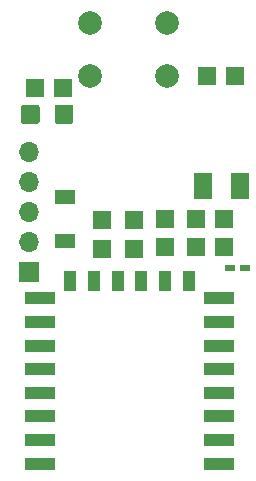
<source format=gbr>
G04 #@! TF.GenerationSoftware,KiCad,Pcbnew,(5.1.9)-1*
G04 #@! TF.CreationDate,2021-03-01T14:21:52+01:00*
G04 #@! TF.ProjectId,button_v1.2.2_Coin_Cell,62757474-6f6e-45f7-9631-2e322e325f43,rev?*
G04 #@! TF.SameCoordinates,Original*
G04 #@! TF.FileFunction,Soldermask,Top*
G04 #@! TF.FilePolarity,Negative*
%FSLAX46Y46*%
G04 Gerber Fmt 4.6, Leading zero omitted, Abs format (unit mm)*
G04 Created by KiCad (PCBNEW (5.1.9)-1) date 2021-03-01 14:21:52*
%MOMM*%
%LPD*%
G01*
G04 APERTURE LIST*
%ADD10R,2.500000X1.000000*%
%ADD11R,1.000000X1.800000*%
%ADD12R,1.650000X2.250000*%
%ADD13R,0.900000X0.620000*%
%ADD14R,1.500000X1.500000*%
%ADD15C,2.000000*%
%ADD16R,1.700000X1.300000*%
%ADD17O,1.700000X1.700000*%
%ADD18R,1.700000X1.700000*%
G04 APERTURE END LIST*
D10*
G04 #@! TO.C,X1*
X118100000Y-93700000D03*
X118100000Y-91700000D03*
X118100000Y-89700000D03*
X118100000Y-87700000D03*
X118100000Y-85700000D03*
X118100000Y-83700000D03*
X118100000Y-81700000D03*
X118100000Y-79700000D03*
D11*
X120700000Y-78200000D03*
X122700000Y-78200000D03*
X124700000Y-78200000D03*
X126700000Y-78200000D03*
X128700000Y-78200000D03*
X130700000Y-78200000D03*
D10*
X133300000Y-79700000D03*
X133300000Y-81700000D03*
X133300000Y-83700000D03*
X133300000Y-85700000D03*
X133300000Y-87700000D03*
X133300000Y-89700000D03*
X133300000Y-91700000D03*
X133300000Y-93700000D03*
G04 #@! TD*
G04 #@! TO.C,D1*
G36*
G01*
X118105000Y-63555000D02*
X118105000Y-64705000D01*
G75*
G02*
X117855000Y-64955000I-250000J0D01*
G01*
X116755000Y-64955000D01*
G75*
G02*
X116505000Y-64705000I0J250000D01*
G01*
X116505000Y-63555000D01*
G75*
G02*
X116755000Y-63305000I250000J0D01*
G01*
X117855000Y-63305000D01*
G75*
G02*
X118105000Y-63555000I0J-250000D01*
G01*
G37*
G36*
G01*
X120955000Y-63555000D02*
X120955000Y-64705000D01*
G75*
G02*
X120705000Y-64955000I-250000J0D01*
G01*
X119605000Y-64955000D01*
G75*
G02*
X119355000Y-64705000I0J250000D01*
G01*
X119355000Y-63555000D01*
G75*
G02*
X119605000Y-63305000I250000J0D01*
G01*
X120705000Y-63305000D01*
G75*
G02*
X120955000Y-63555000I0J-250000D01*
G01*
G37*
G04 #@! TD*
D12*
G04 #@! TO.C,C4*
X131927000Y-70164960D03*
X135027000Y-70164960D03*
G04 #@! TD*
D13*
G04 #@! TO.C,C5*
X134178280Y-77109320D03*
X135478280Y-77109320D03*
G04 #@! TD*
D14*
G04 #@! TO.C,R7*
X134640000Y-60910000D03*
X132240000Y-60910000D03*
G04 #@! TD*
G04 #@! TO.C,R6*
X120080000Y-61920000D03*
X117680000Y-61920000D03*
G04 #@! TD*
G04 #@! TO.C,R5*
X123400000Y-75500000D03*
X123400000Y-73100000D03*
G04 #@! TD*
G04 #@! TO.C,R4*
X128700000Y-75400000D03*
X128700000Y-73000000D03*
G04 #@! TD*
G04 #@! TO.C,R3*
X131300000Y-75400000D03*
X131300000Y-73000000D03*
G04 #@! TD*
G04 #@! TO.C,R2*
X126100000Y-75500000D03*
X126100000Y-73100000D03*
G04 #@! TD*
G04 #@! TO.C,R1*
X133700000Y-75400000D03*
X133700000Y-73000000D03*
G04 #@! TD*
D15*
G04 #@! TO.C,SW1*
X128850000Y-56380000D03*
X128850000Y-60880000D03*
X122350000Y-56380000D03*
X122350000Y-60880000D03*
G04 #@! TD*
D16*
G04 #@! TO.C,SW2*
X120205500Y-71111500D03*
X120205500Y-74811500D03*
G04 #@! TD*
D17*
G04 #@! TO.C,J1*
X117220000Y-67340000D03*
X117220000Y-69880000D03*
X117220000Y-72420000D03*
X117220000Y-74960000D03*
D18*
X117220000Y-77500000D03*
G04 #@! TD*
M02*

</source>
